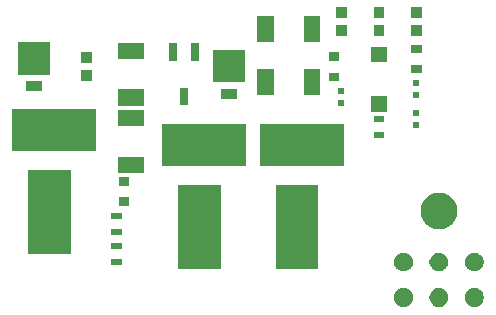
<source format=gbr>
G04 #@! TF.GenerationSoftware,KiCad,Pcbnew,(5.0.1)-3*
G04 #@! TF.CreationDate,2019-02-21T23:49:24-07:00*
G04 #@! TF.ProjectId,PowerManagement2019,506F7765724D616E6167656D656E7432,rev?*
G04 #@! TF.SameCoordinates,Original*
G04 #@! TF.FileFunction,Soldermask,Top*
G04 #@! TF.FilePolarity,Negative*
%FSLAX46Y46*%
G04 Gerber Fmt 4.6, Leading zero omitted, Abs format (unit mm)*
G04 Created by KiCad (PCBNEW (5.0.1)-3) date 2019-02-21 11:49:24 PM*
%MOMM*%
%LPD*%
G01*
G04 APERTURE LIST*
%ADD10C,0.100000*%
G04 APERTURE END LIST*
D10*
G36*
X239168643Y-155294781D02*
X239314415Y-155355162D01*
X239445611Y-155442824D01*
X239557176Y-155554389D01*
X239644838Y-155685585D01*
X239705219Y-155831357D01*
X239736000Y-155986107D01*
X239736000Y-156143893D01*
X239705219Y-156298643D01*
X239644838Y-156444415D01*
X239557176Y-156575611D01*
X239445611Y-156687176D01*
X239314415Y-156774838D01*
X239168643Y-156835219D01*
X239013893Y-156866000D01*
X238856107Y-156866000D01*
X238701357Y-156835219D01*
X238555585Y-156774838D01*
X238424389Y-156687176D01*
X238312824Y-156575611D01*
X238225162Y-156444415D01*
X238164781Y-156298643D01*
X238134000Y-156143893D01*
X238134000Y-155986107D01*
X238164781Y-155831357D01*
X238225162Y-155685585D01*
X238312824Y-155554389D01*
X238424389Y-155442824D01*
X238555585Y-155355162D01*
X238701357Y-155294781D01*
X238856107Y-155264000D01*
X239013893Y-155264000D01*
X239168643Y-155294781D01*
X239168643Y-155294781D01*
G37*
G36*
X242168643Y-155294781D02*
X242314415Y-155355162D01*
X242445611Y-155442824D01*
X242557176Y-155554389D01*
X242644838Y-155685585D01*
X242705219Y-155831357D01*
X242736000Y-155986107D01*
X242736000Y-156143893D01*
X242705219Y-156298643D01*
X242644838Y-156444415D01*
X242557176Y-156575611D01*
X242445611Y-156687176D01*
X242314415Y-156774838D01*
X242168643Y-156835219D01*
X242013893Y-156866000D01*
X241856107Y-156866000D01*
X241701357Y-156835219D01*
X241555585Y-156774838D01*
X241424389Y-156687176D01*
X241312824Y-156575611D01*
X241225162Y-156444415D01*
X241164781Y-156298643D01*
X241134000Y-156143893D01*
X241134000Y-155986107D01*
X241164781Y-155831357D01*
X241225162Y-155685585D01*
X241312824Y-155554389D01*
X241424389Y-155442824D01*
X241555585Y-155355162D01*
X241701357Y-155294781D01*
X241856107Y-155264000D01*
X242013893Y-155264000D01*
X242168643Y-155294781D01*
X242168643Y-155294781D01*
G37*
G36*
X245168643Y-155294781D02*
X245314415Y-155355162D01*
X245445611Y-155442824D01*
X245557176Y-155554389D01*
X245644838Y-155685585D01*
X245705219Y-155831357D01*
X245736000Y-155986107D01*
X245736000Y-156143893D01*
X245705219Y-156298643D01*
X245644838Y-156444415D01*
X245557176Y-156575611D01*
X245445611Y-156687176D01*
X245314415Y-156774838D01*
X245168643Y-156835219D01*
X245013893Y-156866000D01*
X244856107Y-156866000D01*
X244701357Y-156835219D01*
X244555585Y-156774838D01*
X244424389Y-156687176D01*
X244312824Y-156575611D01*
X244225162Y-156444415D01*
X244164781Y-156298643D01*
X244134000Y-156143893D01*
X244134000Y-155986107D01*
X244164781Y-155831357D01*
X244225162Y-155685585D01*
X244312824Y-155554389D01*
X244424389Y-155442824D01*
X244555585Y-155355162D01*
X244701357Y-155294781D01*
X244856107Y-155264000D01*
X245013893Y-155264000D01*
X245168643Y-155294781D01*
X245168643Y-155294781D01*
G37*
G36*
X242168643Y-152294781D02*
X242314415Y-152355162D01*
X242445611Y-152442824D01*
X242557176Y-152554389D01*
X242644838Y-152685585D01*
X242705219Y-152831357D01*
X242736000Y-152986107D01*
X242736000Y-153143893D01*
X242705219Y-153298643D01*
X242644838Y-153444415D01*
X242557176Y-153575611D01*
X242445611Y-153687176D01*
X242314415Y-153774838D01*
X242168643Y-153835219D01*
X242013893Y-153866000D01*
X241856107Y-153866000D01*
X241701357Y-153835219D01*
X241555585Y-153774838D01*
X241424389Y-153687176D01*
X241312824Y-153575611D01*
X241225162Y-153444415D01*
X241164781Y-153298643D01*
X241134000Y-153143893D01*
X241134000Y-152986107D01*
X241164781Y-152831357D01*
X241225162Y-152685585D01*
X241312824Y-152554389D01*
X241424389Y-152442824D01*
X241555585Y-152355162D01*
X241701357Y-152294781D01*
X241856107Y-152264000D01*
X242013893Y-152264000D01*
X242168643Y-152294781D01*
X242168643Y-152294781D01*
G37*
G36*
X245168643Y-152294781D02*
X245314415Y-152355162D01*
X245445611Y-152442824D01*
X245557176Y-152554389D01*
X245644838Y-152685585D01*
X245705219Y-152831357D01*
X245736000Y-152986107D01*
X245736000Y-153143893D01*
X245705219Y-153298643D01*
X245644838Y-153444415D01*
X245557176Y-153575611D01*
X245445611Y-153687176D01*
X245314415Y-153774838D01*
X245168643Y-153835219D01*
X245013893Y-153866000D01*
X244856107Y-153866000D01*
X244701357Y-153835219D01*
X244555585Y-153774838D01*
X244424389Y-153687176D01*
X244312824Y-153575611D01*
X244225162Y-153444415D01*
X244164781Y-153298643D01*
X244134000Y-153143893D01*
X244134000Y-152986107D01*
X244164781Y-152831357D01*
X244225162Y-152685585D01*
X244312824Y-152554389D01*
X244424389Y-152442824D01*
X244555585Y-152355162D01*
X244701357Y-152294781D01*
X244856107Y-152264000D01*
X245013893Y-152264000D01*
X245168643Y-152294781D01*
X245168643Y-152294781D01*
G37*
G36*
X239168643Y-152294781D02*
X239314415Y-152355162D01*
X239445611Y-152442824D01*
X239557176Y-152554389D01*
X239644838Y-152685585D01*
X239705219Y-152831357D01*
X239736000Y-152986107D01*
X239736000Y-153143893D01*
X239705219Y-153298643D01*
X239644838Y-153444415D01*
X239557176Y-153575611D01*
X239445611Y-153687176D01*
X239314415Y-153774838D01*
X239168643Y-153835219D01*
X239013893Y-153866000D01*
X238856107Y-153866000D01*
X238701357Y-153835219D01*
X238555585Y-153774838D01*
X238424389Y-153687176D01*
X238312824Y-153575611D01*
X238225162Y-153444415D01*
X238164781Y-153298643D01*
X238134000Y-153143893D01*
X238134000Y-152986107D01*
X238164781Y-152831357D01*
X238225162Y-152685585D01*
X238312824Y-152554389D01*
X238424389Y-152442824D01*
X238555585Y-152355162D01*
X238701357Y-152294781D01*
X238856107Y-152264000D01*
X239013893Y-152264000D01*
X239168643Y-152294781D01*
X239168643Y-152294781D01*
G37*
G36*
X231731000Y-153646000D02*
X228129000Y-153646000D01*
X228129000Y-146544000D01*
X231731000Y-146544000D01*
X231731000Y-153646000D01*
X231731000Y-153646000D01*
G37*
G36*
X223476000Y-153646000D02*
X219874000Y-153646000D01*
X219874000Y-146544000D01*
X223476000Y-146544000D01*
X223476000Y-153646000D01*
X223476000Y-153646000D01*
G37*
G36*
X215081000Y-153326000D02*
X214179000Y-153326000D01*
X214179000Y-152824000D01*
X215081000Y-152824000D01*
X215081000Y-153326000D01*
X215081000Y-153326000D01*
G37*
G36*
X210776000Y-152376000D02*
X207174000Y-152376000D01*
X207174000Y-145274000D01*
X210776000Y-145274000D01*
X210776000Y-152376000D01*
X210776000Y-152376000D01*
G37*
G36*
X215081000Y-151976000D02*
X214179000Y-151976000D01*
X214179000Y-151474000D01*
X215081000Y-151474000D01*
X215081000Y-151976000D01*
X215081000Y-151976000D01*
G37*
G36*
X215081000Y-150786000D02*
X214179000Y-150786000D01*
X214179000Y-150284000D01*
X215081000Y-150284000D01*
X215081000Y-150786000D01*
X215081000Y-150786000D01*
G37*
G36*
X242287527Y-147233736D02*
X242387410Y-147253604D01*
X242669674Y-147370521D01*
X242923705Y-147540259D01*
X243139741Y-147756295D01*
X243309479Y-148010326D01*
X243426396Y-148292590D01*
X243426396Y-148292591D01*
X243486000Y-148592238D01*
X243486000Y-148897762D01*
X243446264Y-149097527D01*
X243426396Y-149197410D01*
X243309479Y-149479674D01*
X243139741Y-149733705D01*
X242923705Y-149949741D01*
X242669674Y-150119479D01*
X242387410Y-150236396D01*
X242287527Y-150256264D01*
X242087762Y-150296000D01*
X241782238Y-150296000D01*
X241582473Y-150256264D01*
X241482590Y-150236396D01*
X241200326Y-150119479D01*
X240946295Y-149949741D01*
X240730259Y-149733705D01*
X240560521Y-149479674D01*
X240443604Y-149197410D01*
X240423736Y-149097527D01*
X240384000Y-148897762D01*
X240384000Y-148592238D01*
X240443604Y-148292591D01*
X240443604Y-148292590D01*
X240560521Y-148010326D01*
X240730259Y-147756295D01*
X240946295Y-147540259D01*
X241200326Y-147370521D01*
X241482590Y-147253604D01*
X241582473Y-147233736D01*
X241782238Y-147194000D01*
X242087762Y-147194000D01*
X242287527Y-147233736D01*
X242287527Y-147233736D01*
G37*
G36*
X215081000Y-149436000D02*
X214179000Y-149436000D01*
X214179000Y-148934000D01*
X215081000Y-148934000D01*
X215081000Y-149436000D01*
X215081000Y-149436000D01*
G37*
G36*
X215716000Y-148306000D02*
X214814000Y-148306000D01*
X214814000Y-147604000D01*
X215716000Y-147604000D01*
X215716000Y-148306000D01*
X215716000Y-148306000D01*
G37*
G36*
X215716000Y-146606000D02*
X214814000Y-146606000D01*
X214814000Y-145904000D01*
X215716000Y-145904000D01*
X215716000Y-146606000D01*
X215716000Y-146606000D01*
G37*
G36*
X217001000Y-145546000D02*
X214799000Y-145546000D01*
X214799000Y-144174000D01*
X217001000Y-144174000D01*
X217001000Y-145546000D01*
X217001000Y-145546000D01*
G37*
G36*
X233881000Y-144946000D02*
X226779000Y-144946000D01*
X226779000Y-141344000D01*
X233881000Y-141344000D01*
X233881000Y-144946000D01*
X233881000Y-144946000D01*
G37*
G36*
X225626000Y-144946000D02*
X218524000Y-144946000D01*
X218524000Y-141344000D01*
X225626000Y-141344000D01*
X225626000Y-144946000D01*
X225626000Y-144946000D01*
G37*
G36*
X212926000Y-143676000D02*
X205824000Y-143676000D01*
X205824000Y-140074000D01*
X212926000Y-140074000D01*
X212926000Y-143676000D01*
X212926000Y-143676000D01*
G37*
G36*
X237306000Y-142531000D02*
X236404000Y-142531000D01*
X236404000Y-142029000D01*
X237306000Y-142029000D01*
X237306000Y-142531000D01*
X237306000Y-142531000D01*
G37*
G36*
X240281000Y-141721000D02*
X239779000Y-141721000D01*
X239779000Y-141219000D01*
X240281000Y-141219000D01*
X240281000Y-141721000D01*
X240281000Y-141721000D01*
G37*
G36*
X217001000Y-141576000D02*
X214799000Y-141576000D01*
X214799000Y-140204000D01*
X217001000Y-140204000D01*
X217001000Y-141576000D01*
X217001000Y-141576000D01*
G37*
G36*
X237306000Y-141181000D02*
X236404000Y-141181000D01*
X236404000Y-140679000D01*
X237306000Y-140679000D01*
X237306000Y-141181000D01*
X237306000Y-141181000D01*
G37*
G36*
X240281000Y-140721000D02*
X239779000Y-140721000D01*
X239779000Y-140219000D01*
X240281000Y-140219000D01*
X240281000Y-140721000D01*
X240281000Y-140721000D01*
G37*
G36*
X237516000Y-140361000D02*
X236194000Y-140361000D01*
X236194000Y-139039000D01*
X237516000Y-139039000D01*
X237516000Y-140361000D01*
X237516000Y-140361000D01*
G37*
G36*
X217001000Y-139831000D02*
X214799000Y-139831000D01*
X214799000Y-138459000D01*
X217001000Y-138459000D01*
X217001000Y-139831000D01*
X217001000Y-139831000D01*
G37*
G36*
X233931000Y-139816000D02*
X233429000Y-139816000D01*
X233429000Y-139314000D01*
X233931000Y-139314000D01*
X233931000Y-139816000D01*
X233931000Y-139816000D01*
G37*
G36*
X220696000Y-139811000D02*
X219994000Y-139811000D01*
X219994000Y-138309000D01*
X220696000Y-138309000D01*
X220696000Y-139811000D01*
X220696000Y-139811000D01*
G37*
G36*
X224841000Y-139246000D02*
X223469000Y-139246000D01*
X223469000Y-138384000D01*
X224841000Y-138384000D01*
X224841000Y-139246000D01*
X224841000Y-139246000D01*
G37*
G36*
X240281000Y-139181000D02*
X239779000Y-139181000D01*
X239779000Y-138679000D01*
X240281000Y-138679000D01*
X240281000Y-139181000D01*
X240281000Y-139181000D01*
G37*
G36*
X227936000Y-138896000D02*
X226564000Y-138896000D01*
X226564000Y-136694000D01*
X227936000Y-136694000D01*
X227936000Y-138896000D01*
X227936000Y-138896000D01*
G37*
G36*
X231906000Y-138896000D02*
X230534000Y-138896000D01*
X230534000Y-136694000D01*
X231906000Y-136694000D01*
X231906000Y-138896000D01*
X231906000Y-138896000D01*
G37*
G36*
X233931000Y-138816000D02*
X233429000Y-138816000D01*
X233429000Y-138314000D01*
X233931000Y-138314000D01*
X233931000Y-138816000D01*
X233931000Y-138816000D01*
G37*
G36*
X208331000Y-138611000D02*
X206959000Y-138611000D01*
X206959000Y-137749000D01*
X208331000Y-137749000D01*
X208331000Y-138611000D01*
X208331000Y-138611000D01*
G37*
G36*
X240281000Y-138181000D02*
X239779000Y-138181000D01*
X239779000Y-137679000D01*
X240281000Y-137679000D01*
X240281000Y-138181000D01*
X240281000Y-138181000D01*
G37*
G36*
X225476000Y-137846000D02*
X222834000Y-137846000D01*
X222834000Y-135074000D01*
X225476000Y-135074000D01*
X225476000Y-137846000D01*
X225476000Y-137846000D01*
G37*
G36*
X233496000Y-137726000D02*
X232594000Y-137726000D01*
X232594000Y-137024000D01*
X233496000Y-137024000D01*
X233496000Y-137726000D01*
X233496000Y-137726000D01*
G37*
G36*
X212541000Y-137726000D02*
X211639000Y-137726000D01*
X211639000Y-136824000D01*
X212541000Y-136824000D01*
X212541000Y-137726000D01*
X212541000Y-137726000D01*
G37*
G36*
X208966000Y-137211000D02*
X206324000Y-137211000D01*
X206324000Y-134439000D01*
X208966000Y-134439000D01*
X208966000Y-137211000D01*
X208966000Y-137211000D01*
G37*
G36*
X240481000Y-137091000D02*
X239579000Y-137091000D01*
X239579000Y-136389000D01*
X240481000Y-136389000D01*
X240481000Y-137091000D01*
X240481000Y-137091000D01*
G37*
G36*
X212541000Y-136226000D02*
X211639000Y-136226000D01*
X211639000Y-135324000D01*
X212541000Y-135324000D01*
X212541000Y-136226000D01*
X212541000Y-136226000D01*
G37*
G36*
X237516000Y-136161000D02*
X236194000Y-136161000D01*
X236194000Y-134839000D01*
X237516000Y-134839000D01*
X237516000Y-136161000D01*
X237516000Y-136161000D01*
G37*
G36*
X233496000Y-136026000D02*
X232594000Y-136026000D01*
X232594000Y-135324000D01*
X233496000Y-135324000D01*
X233496000Y-136026000D01*
X233496000Y-136026000D01*
G37*
G36*
X221646000Y-136011000D02*
X220944000Y-136011000D01*
X220944000Y-134509000D01*
X221646000Y-134509000D01*
X221646000Y-136011000D01*
X221646000Y-136011000D01*
G37*
G36*
X219746000Y-136011000D02*
X219044000Y-136011000D01*
X219044000Y-134509000D01*
X219746000Y-134509000D01*
X219746000Y-136011000D01*
X219746000Y-136011000D01*
G37*
G36*
X217001000Y-135861000D02*
X214799000Y-135861000D01*
X214799000Y-134489000D01*
X217001000Y-134489000D01*
X217001000Y-135861000D01*
X217001000Y-135861000D01*
G37*
G36*
X240481000Y-135391000D02*
X239579000Y-135391000D01*
X239579000Y-134689000D01*
X240481000Y-134689000D01*
X240481000Y-135391000D01*
X240481000Y-135391000D01*
G37*
G36*
X227936000Y-134451000D02*
X226564000Y-134451000D01*
X226564000Y-132249000D01*
X227936000Y-132249000D01*
X227936000Y-134451000D01*
X227936000Y-134451000D01*
G37*
G36*
X231906000Y-134451000D02*
X230534000Y-134451000D01*
X230534000Y-132249000D01*
X231906000Y-132249000D01*
X231906000Y-134451000D01*
X231906000Y-134451000D01*
G37*
G36*
X237306000Y-133916000D02*
X236404000Y-133916000D01*
X236404000Y-133014000D01*
X237306000Y-133014000D01*
X237306000Y-133916000D01*
X237306000Y-133916000D01*
G37*
G36*
X240481000Y-133916000D02*
X239579000Y-133916000D01*
X239579000Y-133014000D01*
X240481000Y-133014000D01*
X240481000Y-133916000D01*
X240481000Y-133916000D01*
G37*
G36*
X234131000Y-133916000D02*
X233229000Y-133916000D01*
X233229000Y-133014000D01*
X234131000Y-133014000D01*
X234131000Y-133916000D01*
X234131000Y-133916000D01*
G37*
G36*
X240481000Y-132416000D02*
X239579000Y-132416000D01*
X239579000Y-131514000D01*
X240481000Y-131514000D01*
X240481000Y-132416000D01*
X240481000Y-132416000D01*
G37*
G36*
X237306000Y-132416000D02*
X236404000Y-132416000D01*
X236404000Y-131514000D01*
X237306000Y-131514000D01*
X237306000Y-132416000D01*
X237306000Y-132416000D01*
G37*
G36*
X234131000Y-132416000D02*
X233229000Y-132416000D01*
X233229000Y-131514000D01*
X234131000Y-131514000D01*
X234131000Y-132416000D01*
X234131000Y-132416000D01*
G37*
M02*

</source>
